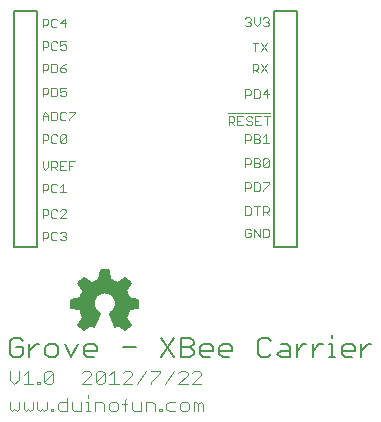
<source format=gto>
G75*
G70*
%OFA0B0*%
%FSLAX24Y24*%
%IPPOS*%
%LPD*%
%AMOC8*
5,1,8,0,0,1.08239X$1,22.5*
%
%ADD10C,0.0030*%
%ADD11C,0.0060*%
%ADD12C,0.0040*%
%ADD13C,0.0050*%
D10*
X005950Y013328D02*
X005950Y013618D01*
X006095Y013618D01*
X006144Y013570D01*
X006144Y013473D01*
X006095Y013425D01*
X005950Y013425D01*
X006245Y013376D02*
X006245Y013570D01*
X006293Y013618D01*
X006390Y013618D01*
X006438Y013570D01*
X006540Y013570D02*
X006588Y013618D01*
X006685Y013618D01*
X006733Y013570D01*
X006733Y013521D01*
X006685Y013473D01*
X006733Y013425D01*
X006733Y013376D01*
X006685Y013328D01*
X006588Y013328D01*
X006540Y013376D01*
X006438Y013376D02*
X006390Y013328D01*
X006293Y013328D01*
X006245Y013376D01*
X006636Y013473D02*
X006685Y013473D01*
X006733Y014078D02*
X006540Y014078D01*
X006733Y014271D01*
X006733Y014320D01*
X006685Y014368D01*
X006588Y014368D01*
X006540Y014320D01*
X006438Y014320D02*
X006390Y014368D01*
X006293Y014368D01*
X006245Y014320D01*
X006245Y014126D01*
X006293Y014078D01*
X006390Y014078D01*
X006438Y014126D01*
X006144Y014223D02*
X006095Y014175D01*
X005950Y014175D01*
X005950Y014078D02*
X005950Y014368D01*
X006095Y014368D01*
X006144Y014320D01*
X006144Y014223D01*
X006293Y014928D02*
X006390Y014928D01*
X006438Y014976D01*
X006540Y014928D02*
X006733Y014928D01*
X006636Y014928D02*
X006636Y015218D01*
X006540Y015121D01*
X006438Y015170D02*
X006390Y015218D01*
X006293Y015218D01*
X006245Y015170D01*
X006245Y014976D01*
X006293Y014928D01*
X006144Y015073D02*
X006095Y015025D01*
X005950Y015025D01*
X005950Y014928D02*
X005950Y015218D01*
X006095Y015218D01*
X006144Y015170D01*
X006144Y015073D01*
X006047Y015678D02*
X006144Y015775D01*
X006144Y015968D01*
X006245Y015968D02*
X006245Y015678D01*
X006245Y015775D02*
X006390Y015775D01*
X006438Y015823D01*
X006438Y015920D01*
X006390Y015968D01*
X006245Y015968D01*
X006342Y015775D02*
X006438Y015678D01*
X006540Y015678D02*
X006733Y015678D01*
X006834Y015678D02*
X006834Y015968D01*
X007028Y015968D01*
X006931Y015823D02*
X006834Y015823D01*
X006733Y015968D02*
X006540Y015968D01*
X006540Y015678D01*
X006540Y015823D02*
X006636Y015823D01*
X006047Y015678D02*
X005950Y015775D01*
X005950Y015968D01*
X005950Y016578D02*
X005950Y016868D01*
X006095Y016868D01*
X006144Y016820D01*
X006144Y016723D01*
X006095Y016675D01*
X005950Y016675D01*
X006245Y016626D02*
X006293Y016578D01*
X006390Y016578D01*
X006438Y016626D01*
X006540Y016626D02*
X006733Y016820D01*
X006733Y016626D01*
X006685Y016578D01*
X006588Y016578D01*
X006540Y016626D01*
X006540Y016820D01*
X006588Y016868D01*
X006685Y016868D01*
X006733Y016820D01*
X006438Y016820D02*
X006390Y016868D01*
X006293Y016868D01*
X006245Y016820D01*
X006245Y016626D01*
X006245Y017328D02*
X006390Y017328D01*
X006438Y017376D01*
X006438Y017570D01*
X006390Y017618D01*
X006245Y017618D01*
X006245Y017328D01*
X006144Y017328D02*
X006144Y017521D01*
X006047Y017618D01*
X005950Y017521D01*
X005950Y017328D01*
X005950Y017473D02*
X006144Y017473D01*
X006540Y017376D02*
X006588Y017328D01*
X006685Y017328D01*
X006733Y017376D01*
X006834Y017376D02*
X006834Y017328D01*
X006834Y017376D02*
X007028Y017570D01*
X007028Y017618D01*
X006834Y017618D01*
X006733Y017570D02*
X006685Y017618D01*
X006588Y017618D01*
X006540Y017570D01*
X006540Y017376D01*
X006588Y018128D02*
X006540Y018176D01*
X006588Y018128D02*
X006685Y018128D01*
X006733Y018176D01*
X006733Y018273D01*
X006685Y018321D01*
X006636Y018321D01*
X006540Y018273D01*
X006540Y018418D01*
X006733Y018418D01*
X006438Y018370D02*
X006390Y018418D01*
X006245Y018418D01*
X006245Y018128D01*
X006390Y018128D01*
X006438Y018176D01*
X006438Y018370D01*
X006144Y018370D02*
X006144Y018273D01*
X006095Y018225D01*
X005950Y018225D01*
X005950Y018128D02*
X005950Y018418D01*
X006095Y018418D01*
X006144Y018370D01*
X006245Y018928D02*
X006390Y018928D01*
X006438Y018976D01*
X006438Y019170D01*
X006390Y019218D01*
X006245Y019218D01*
X006245Y018928D01*
X006144Y019073D02*
X006144Y019170D01*
X006095Y019218D01*
X005950Y019218D01*
X005950Y018928D01*
X005950Y019025D02*
X006095Y019025D01*
X006144Y019073D01*
X006540Y019073D02*
X006685Y019073D01*
X006733Y019025D01*
X006733Y018976D01*
X006685Y018928D01*
X006588Y018928D01*
X006540Y018976D01*
X006540Y019073D01*
X006636Y019170D01*
X006733Y019218D01*
X006685Y019678D02*
X006588Y019678D01*
X006540Y019726D01*
X006540Y019823D02*
X006636Y019871D01*
X006685Y019871D01*
X006733Y019823D01*
X006733Y019726D01*
X006685Y019678D01*
X006540Y019823D02*
X006540Y019968D01*
X006733Y019968D01*
X006438Y019920D02*
X006390Y019968D01*
X006293Y019968D01*
X006245Y019920D01*
X006245Y019726D01*
X006293Y019678D01*
X006390Y019678D01*
X006438Y019726D01*
X006144Y019823D02*
X006095Y019775D01*
X005950Y019775D01*
X005950Y019678D02*
X005950Y019968D01*
X006095Y019968D01*
X006144Y019920D01*
X006144Y019823D01*
X006293Y020428D02*
X006390Y020428D01*
X006438Y020476D01*
X006540Y020573D02*
X006733Y020573D01*
X006685Y020428D02*
X006685Y020718D01*
X006540Y020573D01*
X006438Y020670D02*
X006390Y020718D01*
X006293Y020718D01*
X006245Y020670D01*
X006245Y020476D01*
X006293Y020428D01*
X006144Y020573D02*
X006095Y020525D01*
X005950Y020525D01*
X005950Y020428D02*
X005950Y020718D01*
X006095Y020718D01*
X006144Y020670D01*
X006144Y020573D01*
X012135Y017563D02*
X013535Y017563D01*
X013522Y017468D02*
X013329Y017468D01*
X013426Y017468D02*
X013426Y017178D01*
X013228Y017178D02*
X013034Y017178D01*
X013034Y017468D01*
X013228Y017468D01*
X013131Y017323D02*
X013034Y017323D01*
X012933Y017275D02*
X012933Y017226D01*
X012885Y017178D01*
X012788Y017178D01*
X012740Y017226D01*
X012788Y017323D02*
X012885Y017323D01*
X012933Y017275D01*
X012933Y017420D02*
X012885Y017468D01*
X012788Y017468D01*
X012740Y017420D01*
X012740Y017371D01*
X012788Y017323D01*
X012638Y017178D02*
X012445Y017178D01*
X012445Y017468D01*
X012638Y017468D01*
X012542Y017323D02*
X012445Y017323D01*
X012344Y017323D02*
X012295Y017275D01*
X012150Y017275D01*
X012150Y017178D02*
X012150Y017468D01*
X012295Y017468D01*
X012344Y017420D01*
X012344Y017323D01*
X012247Y017275D02*
X012344Y017178D01*
X012700Y016868D02*
X012845Y016868D01*
X012894Y016820D01*
X012894Y016723D01*
X012845Y016675D01*
X012700Y016675D01*
X012700Y016578D02*
X012700Y016868D01*
X012995Y016868D02*
X013140Y016868D01*
X013188Y016820D01*
X013188Y016771D01*
X013140Y016723D01*
X012995Y016723D01*
X012995Y016578D02*
X013140Y016578D01*
X013188Y016626D01*
X013188Y016675D01*
X013140Y016723D01*
X013290Y016771D02*
X013386Y016868D01*
X013386Y016578D01*
X013290Y016578D02*
X013483Y016578D01*
X012995Y016578D02*
X012995Y016868D01*
X012995Y016068D02*
X013140Y016068D01*
X013188Y016020D01*
X013188Y015971D01*
X013140Y015923D01*
X012995Y015923D01*
X012894Y015923D02*
X012845Y015875D01*
X012700Y015875D01*
X012700Y015778D02*
X012700Y016068D01*
X012845Y016068D01*
X012894Y016020D01*
X012894Y015923D01*
X012995Y015778D02*
X012995Y016068D01*
X013140Y015923D02*
X013188Y015875D01*
X013188Y015826D01*
X013140Y015778D01*
X012995Y015778D01*
X013290Y015826D02*
X013290Y016020D01*
X013338Y016068D01*
X013435Y016068D01*
X013483Y016020D01*
X013290Y015826D01*
X013338Y015778D01*
X013435Y015778D01*
X013483Y015826D01*
X013483Y016020D01*
X013483Y015268D02*
X013290Y015268D01*
X013188Y015220D02*
X013140Y015268D01*
X012995Y015268D01*
X012995Y014978D01*
X013140Y014978D01*
X013188Y015026D01*
X013188Y015220D01*
X013290Y015026D02*
X013290Y014978D01*
X013290Y015026D02*
X013483Y015220D01*
X013483Y015268D01*
X012894Y015220D02*
X012894Y015123D01*
X012845Y015075D01*
X012700Y015075D01*
X012700Y014978D02*
X012700Y015268D01*
X012845Y015268D01*
X012894Y015220D01*
X012845Y014468D02*
X012700Y014468D01*
X012700Y014178D01*
X012845Y014178D01*
X012894Y014226D01*
X012894Y014420D01*
X012845Y014468D01*
X012995Y014468D02*
X013188Y014468D01*
X013092Y014468D02*
X013092Y014178D01*
X013290Y014178D02*
X013290Y014468D01*
X013435Y014468D01*
X013483Y014420D01*
X013483Y014323D01*
X013435Y014275D01*
X013290Y014275D01*
X013386Y014275D02*
X013483Y014178D01*
X013435Y013718D02*
X013290Y013718D01*
X013290Y013428D01*
X013435Y013428D01*
X013483Y013476D01*
X013483Y013670D01*
X013435Y013718D01*
X013188Y013718D02*
X013188Y013428D01*
X012995Y013718D01*
X012995Y013428D01*
X012894Y013476D02*
X012894Y013573D01*
X012797Y013573D01*
X012700Y013670D02*
X012700Y013476D01*
X012749Y013428D01*
X012845Y013428D01*
X012894Y013476D01*
X012894Y013670D02*
X012845Y013718D01*
X012749Y013718D01*
X012700Y013670D01*
X012700Y018078D02*
X012700Y018368D01*
X012845Y018368D01*
X012894Y018320D01*
X012894Y018223D01*
X012845Y018175D01*
X012700Y018175D01*
X012995Y018078D02*
X013140Y018078D01*
X013188Y018126D01*
X013188Y018320D01*
X013140Y018368D01*
X012995Y018368D01*
X012995Y018078D01*
X013290Y018223D02*
X013483Y018223D01*
X013435Y018078D02*
X013435Y018368D01*
X013290Y018223D01*
X013245Y018928D02*
X013438Y019218D01*
X013245Y019218D02*
X013438Y018928D01*
X013144Y018928D02*
X013047Y019025D01*
X013095Y019025D02*
X012950Y019025D01*
X012950Y018928D02*
X012950Y019218D01*
X013095Y019218D01*
X013144Y019170D01*
X013144Y019073D01*
X013095Y019025D01*
X013047Y019628D02*
X013047Y019918D01*
X012950Y019918D02*
X013144Y019918D01*
X013245Y019918D02*
X013438Y019628D01*
X013245Y019628D02*
X013438Y019918D01*
X013435Y020478D02*
X013338Y020478D01*
X013290Y020526D01*
X013188Y020575D02*
X013188Y020768D01*
X013290Y020720D02*
X013338Y020768D01*
X013435Y020768D01*
X013483Y020720D01*
X013483Y020671D01*
X013435Y020623D01*
X013483Y020575D01*
X013483Y020526D01*
X013435Y020478D01*
X013435Y020623D02*
X013386Y020623D01*
X013188Y020575D02*
X013092Y020478D01*
X012995Y020575D01*
X012995Y020768D01*
X012894Y020720D02*
X012894Y020671D01*
X012845Y020623D01*
X012894Y020575D01*
X012894Y020526D01*
X012845Y020478D01*
X012749Y020478D01*
X012700Y020526D01*
X012797Y020623D02*
X012845Y020623D01*
X012894Y020720D02*
X012845Y020768D01*
X012749Y020768D01*
X012700Y020720D01*
D11*
X008155Y012329D02*
X007885Y012329D01*
X007835Y012009D01*
X007820Y011986D02*
X008155Y011986D01*
X008155Y011979D02*
X008455Y011879D01*
X008705Y012029D01*
X008855Y011929D01*
X008705Y011629D01*
X008805Y011379D01*
X009105Y011329D01*
X009105Y011079D01*
X008805Y011079D01*
X008705Y010729D01*
X008855Y010529D01*
X008705Y010379D01*
X008505Y010529D01*
X008405Y010479D01*
X008205Y010879D01*
X008405Y011079D01*
X008405Y011329D01*
X008255Y011579D01*
X008005Y011629D01*
X007705Y011529D01*
X007755Y011529D01*
X007605Y011279D01*
X007705Y010979D01*
X007805Y010879D01*
X007655Y010479D01*
X007555Y010529D01*
X007355Y010379D01*
X007205Y010529D01*
X007355Y010779D01*
X007255Y011029D01*
X006955Y011129D01*
X006955Y011079D01*
X006955Y011329D01*
X007255Y011379D01*
X007355Y011679D01*
X007155Y011879D01*
X007305Y012029D01*
X007605Y011879D01*
X007905Y012029D01*
X007855Y012029D01*
X007905Y012279D01*
X008155Y012279D01*
X008155Y011979D01*
X008205Y012009D02*
X008155Y012329D01*
X008155Y012220D02*
X007893Y012220D01*
X007881Y012162D02*
X008155Y012162D01*
X008155Y012103D02*
X007870Y012103D01*
X007858Y012045D02*
X008155Y012045D01*
X008307Y011928D02*
X007703Y011928D01*
X007585Y011909D02*
X007325Y012089D01*
X007135Y011909D01*
X007315Y011649D01*
X007340Y011635D02*
X008708Y011635D01*
X008725Y011649D02*
X008905Y011909D01*
X008715Y012089D01*
X008455Y011909D01*
X008536Y011928D02*
X008854Y011928D01*
X008825Y011869D02*
X007164Y011869D01*
X007204Y011928D02*
X007507Y011928D01*
X007390Y011986D02*
X007262Y011986D01*
X007223Y011811D02*
X008796Y011811D01*
X008766Y011752D02*
X007281Y011752D01*
X007340Y011694D02*
X008737Y011694D01*
X008725Y011577D02*
X008256Y011577D01*
X008291Y011518D02*
X008749Y011518D01*
X008772Y011460D02*
X008326Y011460D01*
X008361Y011401D02*
X008796Y011401D01*
X008835Y011399D02*
X009135Y011339D01*
X009135Y011079D01*
X008835Y011029D01*
X008796Y011050D02*
X008376Y011050D01*
X008405Y011109D02*
X009105Y011109D01*
X009105Y011167D02*
X008405Y011167D01*
X008405Y011226D02*
X009105Y011226D01*
X009105Y011284D02*
X008405Y011284D01*
X008396Y011343D02*
X009020Y011343D01*
X008780Y010992D02*
X008318Y010992D01*
X008259Y010933D02*
X008763Y010933D01*
X008746Y010875D02*
X008207Y010875D01*
X008185Y010889D02*
X008375Y010439D01*
X008475Y010499D01*
X008715Y010329D01*
X008905Y010519D01*
X008735Y010759D01*
X008713Y010758D02*
X008265Y010758D01*
X008236Y010816D02*
X008730Y010816D01*
X008727Y010699D02*
X008294Y010699D01*
X008324Y010641D02*
X008771Y010641D01*
X008814Y010582D02*
X008353Y010582D01*
X008382Y010524D02*
X008495Y010524D01*
X008511Y010524D02*
X008850Y010524D01*
X008791Y010465D02*
X008589Y010465D01*
X008667Y010407D02*
X008733Y010407D01*
X008625Y009763D02*
X009052Y009763D01*
X009914Y009443D02*
X010341Y010084D01*
X010559Y010084D02*
X010879Y010084D01*
X010986Y009977D01*
X010986Y009870D01*
X010879Y009763D01*
X010559Y009763D01*
X010559Y009443D02*
X010559Y010084D01*
X010879Y009763D02*
X010986Y009657D01*
X010986Y009550D01*
X010879Y009443D01*
X010559Y009443D01*
X010341Y009443D02*
X009914Y010084D01*
X011203Y009763D02*
X011203Y009550D01*
X011310Y009443D01*
X011524Y009443D01*
X011630Y009657D02*
X011203Y009657D01*
X011203Y009763D02*
X011310Y009870D01*
X011524Y009870D01*
X011630Y009763D01*
X011630Y009657D01*
X011848Y009657D02*
X012275Y009657D01*
X012275Y009763D01*
X012168Y009870D01*
X011955Y009870D01*
X011848Y009763D01*
X011848Y009550D01*
X011955Y009443D01*
X012168Y009443D01*
X013137Y009550D02*
X013137Y009977D01*
X013244Y010084D01*
X013457Y010084D01*
X013564Y009977D01*
X013888Y009870D02*
X014102Y009870D01*
X014209Y009763D01*
X014209Y009443D01*
X013888Y009443D01*
X013782Y009550D01*
X013888Y009657D01*
X014209Y009657D01*
X014426Y009657D02*
X014640Y009870D01*
X014746Y009870D01*
X014963Y009870D02*
X014963Y009443D01*
X014963Y009657D02*
X015177Y009870D01*
X015284Y009870D01*
X015500Y009870D02*
X015607Y009870D01*
X015607Y009443D01*
X015500Y009443D02*
X015714Y009443D01*
X015930Y009550D02*
X015930Y009763D01*
X016037Y009870D01*
X016250Y009870D01*
X016357Y009763D01*
X016357Y009657D01*
X015930Y009657D01*
X015930Y009550D02*
X016037Y009443D01*
X016250Y009443D01*
X016575Y009443D02*
X016575Y009870D01*
X016575Y009657D02*
X016788Y009870D01*
X016895Y009870D01*
X015607Y010084D02*
X015607Y010190D01*
X014426Y009870D02*
X014426Y009443D01*
X013564Y009550D02*
X013457Y009443D01*
X013244Y009443D01*
X013137Y009550D01*
X008768Y011986D02*
X008634Y011986D01*
X007849Y011577D02*
X007321Y011577D01*
X007301Y011518D02*
X007748Y011518D01*
X007713Y011460D02*
X007282Y011460D01*
X007262Y011401D02*
X007678Y011401D01*
X007643Y011343D02*
X007039Y011343D01*
X006955Y011284D02*
X007608Y011284D01*
X007622Y011226D02*
X006955Y011226D01*
X006955Y011167D02*
X007642Y011167D01*
X007661Y011109D02*
X007014Y011109D01*
X006905Y011079D02*
X007205Y011029D01*
X007190Y011050D02*
X007681Y011050D01*
X007700Y010992D02*
X007269Y010992D01*
X007293Y010933D02*
X007750Y010933D01*
X007803Y010875D02*
X007316Y010875D01*
X007340Y010816D02*
X007781Y010816D01*
X007759Y010758D02*
X007342Y010758D01*
X007305Y010759D02*
X007145Y010519D01*
X007325Y010329D01*
X007565Y010499D01*
X007665Y010439D01*
X007865Y010889D01*
X007737Y010699D02*
X007307Y010699D01*
X007272Y010641D02*
X007715Y010641D01*
X007693Y010582D02*
X007237Y010582D01*
X007210Y010524D02*
X007548Y010524D01*
X007565Y010524D02*
X007672Y010524D01*
X007470Y010465D02*
X007268Y010465D01*
X007327Y010407D02*
X007392Y010407D01*
X007443Y009870D02*
X007656Y009870D01*
X007763Y009763D01*
X007763Y009657D01*
X007336Y009657D01*
X007336Y009763D02*
X007336Y009550D01*
X007443Y009443D01*
X007656Y009443D01*
X007336Y009763D02*
X007443Y009870D01*
X007119Y009870D02*
X006905Y009443D01*
X006692Y009870D01*
X006474Y009763D02*
X006367Y009870D01*
X006154Y009870D01*
X006047Y009763D01*
X006047Y009550D01*
X006154Y009443D01*
X006367Y009443D01*
X006474Y009550D01*
X006474Y009763D01*
X005830Y009870D02*
X005723Y009870D01*
X005510Y009657D01*
X005510Y009870D02*
X005510Y009443D01*
X005292Y009550D02*
X005292Y009763D01*
X005079Y009763D01*
X005292Y009550D02*
X005186Y009443D01*
X004972Y009443D01*
X004865Y009550D01*
X004865Y009977D01*
X004972Y010084D01*
X005186Y010084D01*
X005292Y009977D01*
X006905Y011079D02*
X006905Y011339D01*
X007205Y011399D01*
X007588Y011912D02*
X007633Y011937D01*
X007680Y011960D01*
X007728Y011979D01*
X007777Y011996D01*
X007827Y012009D01*
X007865Y010899D02*
X007832Y010917D01*
X007802Y010938D01*
X007773Y010962D01*
X007747Y010989D01*
X007725Y011018D01*
X007705Y011050D01*
X007688Y011083D01*
X007675Y011118D01*
X007666Y011154D01*
X007660Y011191D01*
X007658Y011228D01*
X007660Y011265D01*
X007665Y011302D01*
X007675Y011338D01*
X007687Y011373D01*
X007704Y011407D01*
X007723Y011438D01*
X007746Y011468D01*
X007772Y011495D01*
X007800Y011519D01*
X007831Y011540D01*
X007863Y011558D01*
X007897Y011573D01*
X007933Y011584D01*
X007969Y011592D01*
X008006Y011596D01*
X008044Y011596D01*
X008081Y011592D01*
X008117Y011584D01*
X008153Y011573D01*
X008187Y011558D01*
X008219Y011540D01*
X008250Y011519D01*
X008278Y011495D01*
X008304Y011468D01*
X008327Y011438D01*
X008346Y011407D01*
X008363Y011373D01*
X008375Y011338D01*
X008385Y011302D01*
X008390Y011265D01*
X008392Y011228D01*
X008390Y011191D01*
X008384Y011154D01*
X008375Y011118D01*
X008362Y011083D01*
X008345Y011050D01*
X008325Y011018D01*
X008303Y010989D01*
X008277Y010962D01*
X008248Y010938D01*
X008218Y010917D01*
X008185Y010899D01*
X008735Y010759D02*
X008758Y010800D01*
X008779Y010843D01*
X008797Y010888D01*
X008812Y010933D01*
X008825Y010979D01*
X008835Y011026D01*
X008833Y011399D02*
X008818Y011451D01*
X008799Y011502D01*
X008777Y011552D01*
X008752Y011600D01*
X008723Y011647D01*
X008459Y011910D02*
X008412Y011937D01*
X008363Y011960D01*
X008313Y011980D01*
X008262Y011997D01*
X008210Y012011D01*
X007315Y011644D02*
X007288Y011597D01*
X007264Y011550D01*
X007243Y011501D01*
X007225Y011450D01*
X007211Y011399D01*
X007205Y011028D02*
X007218Y010972D01*
X007235Y010917D01*
X007256Y010864D01*
X007280Y010812D01*
X007308Y010762D01*
D12*
X005009Y007710D02*
X004932Y007633D01*
X004855Y007710D01*
X004855Y007940D01*
X005009Y007710D02*
X005086Y007633D01*
X005162Y007710D01*
X005162Y007940D01*
X005316Y007940D02*
X005316Y007710D01*
X005392Y007633D01*
X005469Y007710D01*
X005546Y007633D01*
X005623Y007710D01*
X005623Y007940D01*
X005776Y007940D02*
X005776Y007710D01*
X005853Y007633D01*
X005930Y007710D01*
X006006Y007633D01*
X006083Y007710D01*
X006083Y007940D01*
X006237Y007710D02*
X006313Y007710D01*
X006313Y007633D01*
X006237Y007633D01*
X006237Y007710D01*
X006467Y007710D02*
X006543Y007633D01*
X006774Y007633D01*
X006774Y008093D01*
X006774Y007940D02*
X006543Y007940D01*
X006467Y007863D01*
X006467Y007710D01*
X006927Y007710D02*
X006927Y007940D01*
X006927Y007710D02*
X007004Y007633D01*
X007234Y007633D01*
X007234Y007940D01*
X007387Y007940D02*
X007464Y007940D01*
X007464Y007633D01*
X007387Y007633D02*
X007541Y007633D01*
X007694Y007633D02*
X007694Y007940D01*
X007925Y007940D01*
X008001Y007863D01*
X008001Y007633D01*
X008155Y007710D02*
X008232Y007633D01*
X008385Y007633D01*
X008462Y007710D01*
X008462Y007863D01*
X008385Y007940D01*
X008232Y007940D01*
X008155Y007863D01*
X008155Y007710D01*
X008615Y007863D02*
X008769Y007863D01*
X008922Y007940D02*
X008922Y007710D01*
X008999Y007633D01*
X009229Y007633D01*
X009229Y007940D01*
X009383Y007940D02*
X009613Y007940D01*
X009689Y007863D01*
X009689Y007633D01*
X009843Y007633D02*
X009920Y007633D01*
X009920Y007710D01*
X009843Y007710D01*
X009843Y007633D01*
X010073Y007710D02*
X010150Y007633D01*
X010380Y007633D01*
X010533Y007710D02*
X010610Y007633D01*
X010764Y007633D01*
X010840Y007710D01*
X010840Y007863D01*
X010764Y007940D01*
X010610Y007940D01*
X010533Y007863D01*
X010533Y007710D01*
X010380Y007940D02*
X010150Y007940D01*
X010073Y007863D01*
X010073Y007710D01*
X009383Y007633D02*
X009383Y007940D01*
X009557Y008533D02*
X009557Y008610D01*
X009864Y008917D01*
X009864Y008993D01*
X009557Y008993D01*
X009404Y008993D02*
X009097Y008533D01*
X008943Y008533D02*
X008637Y008533D01*
X008943Y008840D01*
X008943Y008917D01*
X008867Y008993D01*
X008713Y008993D01*
X008637Y008917D01*
X008330Y008993D02*
X008330Y008533D01*
X008483Y008533D02*
X008176Y008533D01*
X008023Y008610D02*
X008023Y008917D01*
X007716Y008610D01*
X007792Y008533D01*
X007946Y008533D01*
X008023Y008610D01*
X008176Y008840D02*
X008330Y008993D01*
X008023Y008917D02*
X007946Y008993D01*
X007792Y008993D01*
X007716Y008917D01*
X007716Y008610D01*
X007562Y008533D02*
X007255Y008533D01*
X007562Y008840D01*
X007562Y008917D01*
X007486Y008993D01*
X007332Y008993D01*
X007255Y008917D01*
X007464Y008170D02*
X007464Y008093D01*
X006313Y008610D02*
X006237Y008533D01*
X006083Y008533D01*
X006006Y008610D01*
X006313Y008917D01*
X006313Y008610D01*
X006313Y008917D02*
X006237Y008993D01*
X006083Y008993D01*
X006006Y008917D01*
X006006Y008610D01*
X005853Y008610D02*
X005853Y008533D01*
X005776Y008533D01*
X005776Y008610D01*
X005853Y008610D01*
X005623Y008533D02*
X005316Y008533D01*
X005469Y008533D02*
X005469Y008993D01*
X005316Y008840D01*
X005162Y008686D02*
X005162Y008993D01*
X005162Y008686D02*
X005009Y008533D01*
X004855Y008686D01*
X004855Y008993D01*
X008692Y008017D02*
X008692Y007633D01*
X008692Y008017D02*
X008769Y008093D01*
X010018Y008533D02*
X010325Y008993D01*
X010478Y008917D02*
X010555Y008993D01*
X010708Y008993D01*
X010785Y008917D01*
X010785Y008840D01*
X010478Y008533D01*
X010785Y008533D01*
X010938Y008533D02*
X011245Y008840D01*
X011245Y008917D01*
X011169Y008993D01*
X011015Y008993D01*
X010938Y008917D01*
X010938Y008533D02*
X011245Y008533D01*
X011224Y007940D02*
X011301Y007863D01*
X011301Y007633D01*
X011147Y007633D02*
X011147Y007863D01*
X011224Y007940D01*
X011147Y007863D02*
X011071Y007940D01*
X010994Y007940D01*
X010994Y007633D01*
D13*
X013652Y013111D02*
X013652Y020985D01*
X014440Y020985D01*
X014440Y013111D01*
X013652Y013111D01*
X005778Y013111D02*
X004991Y013111D01*
X004991Y020985D01*
X005778Y020985D01*
X005778Y013111D01*
M02*

</source>
